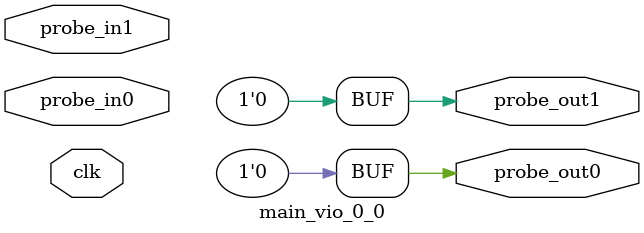
<source format=v>
`timescale 1ns / 1ps
module main_vio_0_0 (
clk,
probe_in0,probe_in1,
probe_out0,
probe_out1
);

input clk;
input [0 : 0] probe_in0;
input [0 : 0] probe_in1;

output reg [0 : 0] probe_out0 = 'h0 ;
output reg [0 : 0] probe_out1 = 'h0 ;


endmodule

</source>
